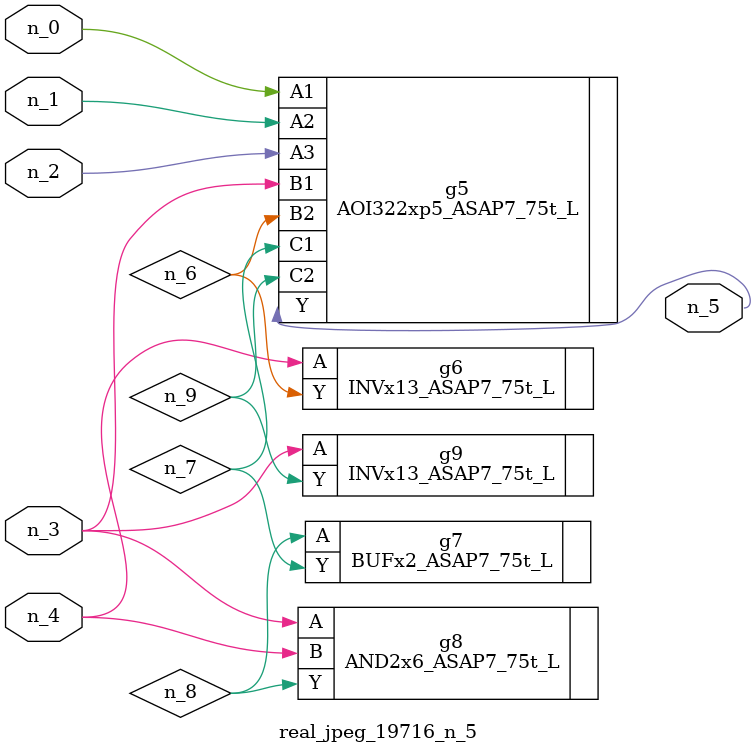
<source format=v>
module real_jpeg_19716_n_5 (n_4, n_0, n_1, n_2, n_3, n_5);

input n_4;
input n_0;
input n_1;
input n_2;
input n_3;

output n_5;

wire n_8;
wire n_6;
wire n_7;
wire n_9;

AOI322xp5_ASAP7_75t_L g5 ( 
.A1(n_0),
.A2(n_1),
.A3(n_2),
.B1(n_3),
.B2(n_6),
.C1(n_7),
.C2(n_9),
.Y(n_5)
);

AND2x6_ASAP7_75t_L g8 ( 
.A(n_3),
.B(n_4),
.Y(n_8)
);

INVx13_ASAP7_75t_L g9 ( 
.A(n_3),
.Y(n_9)
);

INVx13_ASAP7_75t_L g6 ( 
.A(n_4),
.Y(n_6)
);

BUFx2_ASAP7_75t_L g7 ( 
.A(n_8),
.Y(n_7)
);


endmodule
</source>
